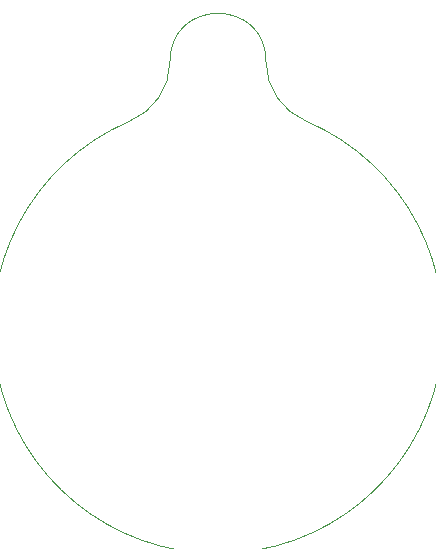
<source format=gm1>
G04 #@! TF.GenerationSoftware,KiCad,Pcbnew,(5.1.4)-1*
G04 #@! TF.CreationDate,2019-08-25T16:12:39-07:00*
G04 #@! TF.ProjectId,mudd_keychain,6d756464-5f6b-4657-9963-6861696e2e6b,A*
G04 #@! TF.SameCoordinates,Original*
G04 #@! TF.FileFunction,Profile,NP*
%FSLAX46Y46*%
G04 Gerber Fmt 4.6, Leading zero omitted, Abs format (unit mm)*
G04 Created by KiCad (PCBNEW (5.1.4)-1) date 2019-08-25 16:12:39*
%MOMM*%
%LPD*%
G04 APERTURE LIST*
%ADD10C,0.100000*%
G04 APERTURE END LIST*
D10*
X148473376Y-90424020D02*
G75*
G02X133466674Y-90423999I-7503376J-17525980D01*
G01*
X145034000Y-85344000D02*
G75*
G03X148473327Y-90424133I5471326J-134D01*
G01*
X136906000Y-85344000D02*
G75*
G02X133466673Y-90423998I-5471326J1D01*
G01*
X136906000Y-85344000D02*
G75*
G02X145034000Y-85344000I4064000J0D01*
G01*
M02*

</source>
